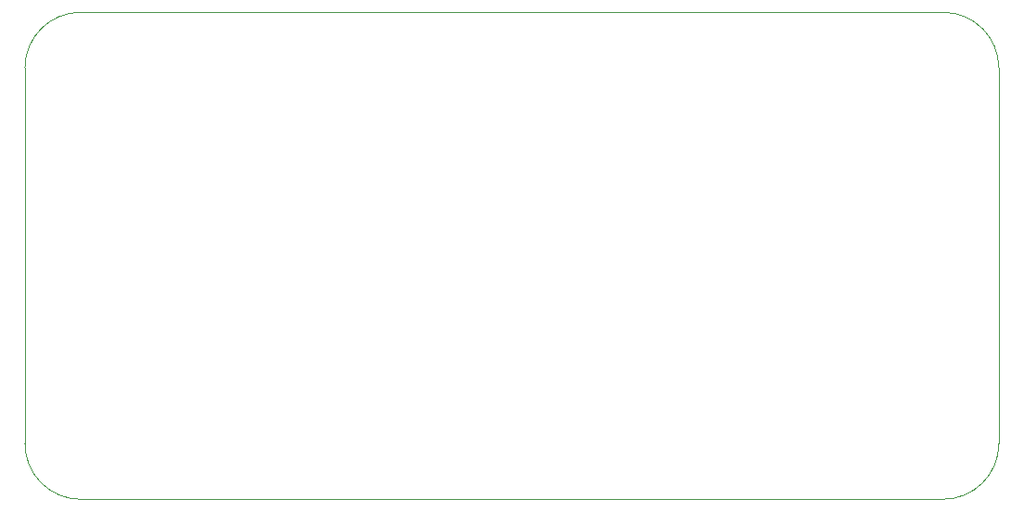
<source format=gbr>
%TF.GenerationSoftware,KiCad,Pcbnew,7.0.1-0*%
%TF.CreationDate,2023-04-22T10:39:49-04:00*%
%TF.ProjectId,Penford VCO,50656e66-6f72-4642-9056-434f2e6b6963,rev?*%
%TF.SameCoordinates,Original*%
%TF.FileFunction,Profile,NP*%
%FSLAX46Y46*%
G04 Gerber Fmt 4.6, Leading zero omitted, Abs format (unit mm)*
G04 Created by KiCad (PCBNEW 7.0.1-0) date 2023-04-22 10:39:49*
%MOMM*%
%LPD*%
G01*
G04 APERTURE LIST*
%TA.AperFunction,Profile*%
%ADD10C,0.100000*%
%TD*%
G04 APERTURE END LIST*
D10*
X119380000Y-62230000D02*
X198120000Y-62230000D01*
X203200000Y-67310000D02*
G75*
G03*
X198120000Y-62230000I-5080000J0D01*
G01*
X198120000Y-106680000D02*
X119380000Y-106680000D01*
X119380000Y-62230000D02*
G75*
G03*
X114300000Y-67310000I0J-5080000D01*
G01*
X198120000Y-106680000D02*
G75*
G03*
X203200000Y-101600000I0J5080000D01*
G01*
X114300000Y-101600000D02*
G75*
G03*
X119380000Y-106680000I5080000J0D01*
G01*
X203200000Y-67310000D02*
X203200000Y-101600000D01*
X114300000Y-101600000D02*
X114300000Y-67310000D01*
M02*

</source>
